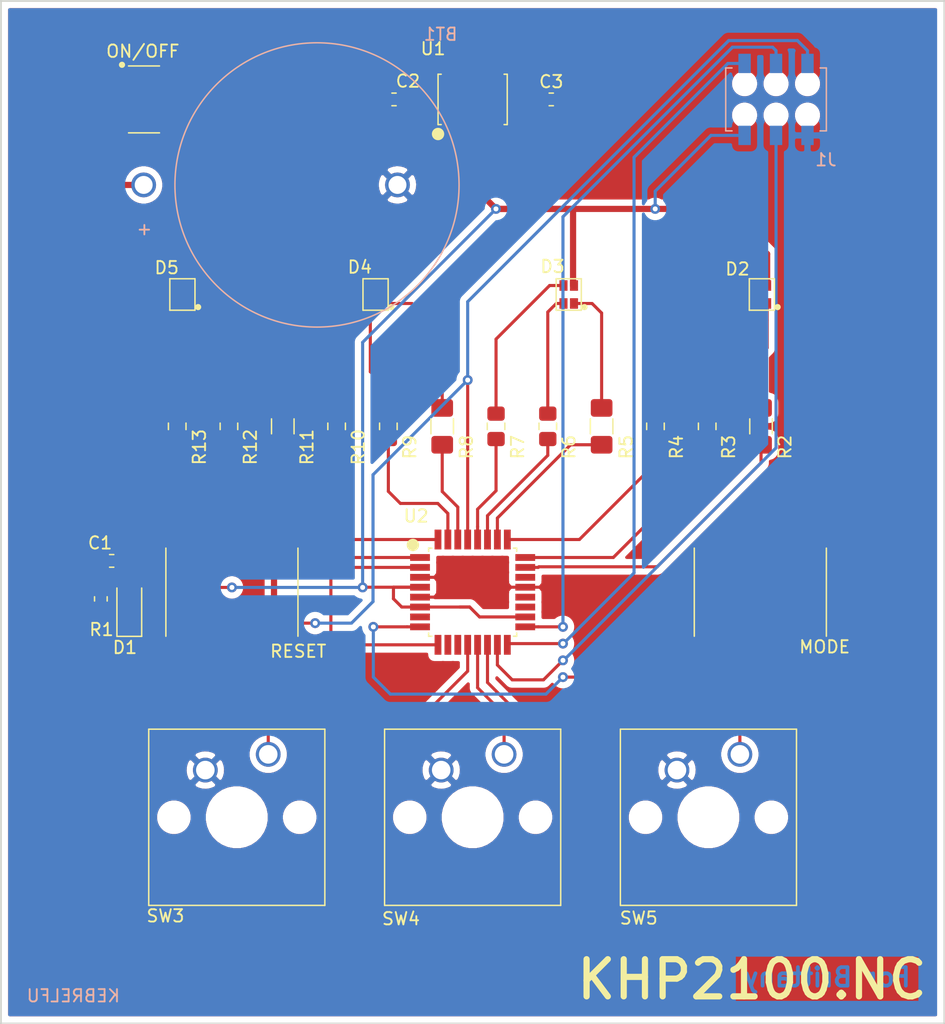
<source format=kicad_pcb>
(kicad_pcb (version 20171130) (host pcbnew "(5.1.5)-3")
  (title_block (title KHP2100) (date 2021-01-13) (rev NC) (comment 4 "Author: Kevin Nguyen"))
  (layers (0 F.Cu signal) (31 B.Cu signal) (34 B.Paste user) (35 F.Paste user) (36 B.SilkS user) (37 F.SilkS user) (38 B.Mask user) (39 F.Mask user) (44 Edge.Cuts user))
  (net 0 "")
  (net 1 +BATT)
  (net 2 RST)
  (net 3 GND)
  (net 4 +5V)
  (net 5 "Net-(D2-Pad3)")
  (net 6 "Net-(D2-Pad1)")
  (net 7 "Net-(D2-Pad2)")
  (net 8 "Net-(D3-Pad2)")
  (net 9 "Net-(D3-Pad1)")
  (net 10 "Net-(D3-Pad3)")
  (net 11 "Net-(D4-Pad3)")
  (net 12 "Net-(D4-Pad1)")
  (net 13 "Net-(D4-Pad2)")
  (net 14 "Net-(D5-Pad2)")
  (net 15 "Net-(D5-Pad1)")
  (net 16 "Net-(D5-Pad3)")
  (net 17 MOSI)
  (net 18 MISO)
  (net 19 SCK)
  (net 20 "Net-(R2-Pad2)")
  (net 21 "Net-(R3-Pad2)")
  (net 22 "Net-(R4-Pad2)")
  (net 23 "Net-(R5-Pad2)")
  (net 24 "Net-(R6-Pad2)")
  (net 25 "Net-(R7-Pad2)")
  (net 26 "Net-(R8-Pad2)")
  (net 27 "Net-(R9-Pad2)")
  (net 28 "Net-(R10-Pad2)")
  (net 29 "Net-(R11-Pad2)")
  (net 30 "Net-(R12-Pad2)")
  (net 31 "Net-(R13-Pad2)")
  (net 32 "Net-(SW1-Pad3)")
  (net 33 "Net-(SW3-Pad2)")
  (net 34 "Net-(SW4-Pad2)")
  (net 35 "Net-(SW5-Pad2)")
  (net 36 "Net-(SW6-Pad2)")
  (net 37 "Net-(U1-Pad5)")
  (net 38 "Net-(U2-Pad7)")
  (net 39 "Net-(U2-Pad10)")
  (net 40 "Net-(U2-Pad22)")
  (net 41 "Net-(U2-Pad19)")
  (net 42 "Net-(U2-Pad20)")
  (net 43 "Net-(U2-Pad11)")
  (net 44 "Net-(BT1-Pad1)")
  (module Capacitor_SMD:C_0603_1608Metric_Pad1.05x0.95mm_HandSolder (layer F.Cu) (at 118.999 97.4762)
    (fp_text reference C1 (at -0.9398 -1.4478) (layer F.SilkS))
    (fp_text value 100n)
    (fp_line (start -0.171267 0.51) (end 0.171267 0.51) (layer F.SilkS) (width 0.12))
    (fp_line (start -0.171267 -0.51) (end 0.171267 -0.51) (layer F.SilkS) (width 0.12))
    (pad 2 smd roundrect (at 0.875 0) (size 1.05 0.95) (layers F.Cu F.Paste F.Mask) (net 3 GND))
    (pad 1 smd roundrect (at -0.875 0) (size 1.05 0.95) (layers F.Cu F.Paste F.Mask) (net 2 RST))
  )
  (module Capacitor_SMD:C_0603_1608Metric_Pad1.05x0.95mm_HandSolder (layer F.Cu) (at 141.80305 60.2232)
    (fp_text reference C2 (at 1.12275 -1.473) (layer F.SilkS))
    (fp_text value 2.2u)
    (fp_line (start -0.171267 0.51) (end 0.171267 0.51) (layer F.SilkS) (width 0.12))
    (fp_line (start -0.171267 -0.51) (end 0.171267 -0.51) (layer F.SilkS) (width 0.12))
    (pad 2 smd roundrect (at 0.875 0) (size 1.05 0.95) (layers F.Cu F.Paste F.Mask) (net 3 GND))
    (pad 1 smd roundrect (at -0.875 0) (size 1.05 0.95) (layers F.Cu F.Paste F.Mask) (net 1 +BATT))
  )
  (module KHP2100:RGB_LED_0606_1616METRIC (layer F.Cu) (at 140.312766 75.9714 180)
    (fp_text reference D4 (at 1.273166 2.2098) (layer F.SilkS))
    (fp_text value LED_RGBA)
    (fp_line (start 1.016 -1.27) (end -1.016 -1.27) (layer F.SilkS) (width 0.12))
    (fp_line (start 1.016 1.27) (end 1.016 -1.27) (layer F.SilkS) (width 0.12))
    (fp_line (start -1.016 1.27) (end 1.016 1.27) (layer F.SilkS) (width 0.12))
    (fp_line (start -1.016 -1.27) (end -1.016 1.27) (layer F.SilkS) (width 0.12))
    (fp_circle (center -1.27 -1.016) (end -1.27 -1.016) (layer F.SilkS) (width 0.25))
    (pad 2 smd rect (at 0.425 -0.725 270) (size 0.85 0.65) (layers F.Cu F.Paste F.Mask) (net 13 "Net-(D4-Pad2)"))
    (pad 1 smd rect (at -0.425 -0.725 270) (size 0.85 0.65) (layers F.Cu F.Paste F.Mask) (net 12 "Net-(D4-Pad1)"))
    (pad 3 smd rect (at 0.425 0.725 270) (size 0.85 0.65) (layers F.Cu F.Paste F.Mask) (net 11 "Net-(D4-Pad3)"))
    (pad 4 smd rect (at -0.425 0.725 270) (size 0.85 0.65) (layers F.Cu F.Paste F.Mask) (net 4 +5V))
  )
  (module KHP2100:BH800S (layer B.Cu) (at 135.58205 67.126267 90)
    (fp_text reference BT1 (at 12.160667 9.98535 180) (layer B.SilkS) (effects (justify mirror)))
    (fp_text value Battery)
    (fp_circle (center 0 0) (end 11.475067 0) (layer B.SilkS) (width 0.12))
    (fp_text user + (at -3.612733 -14.01765 90) (layer B.SilkS) (effects (justify mirror)))
    (pad 2 thru_hole circle (at 0 6.5) (size 2 2) (drill 1.4478) (layers *.Cu *.Mask) (net 3 GND))
    (pad 1 thru_hole circle (at 0 -14) (size 2 2) (drill 1.4478) (layers *.Cu *.Mask) (net 44 "Net-(BT1-Pad1)"))
  )
  (module Capacitor_SMD:C_0603_1608Metric_Pad1.05x0.95mm_HandSolder (layer F.Cu) (at 154.50305 60.2232)
    (fp_text reference C3 (at 0 -1.43) (layer F.SilkS))
    (fp_text value 4.7u)
    (fp_line (start -0.171267 0.51) (end 0.171267 0.51) (layer F.SilkS) (width 0.12))
    (fp_line (start -0.171267 -0.51) (end 0.171267 -0.51) (layer F.SilkS) (width 0.12))
    (pad 2 smd roundrect (at 0.875 0) (size 1.05 0.95) (layers F.Cu F.Paste F.Mask) (net 3 GND))
    (pad 1 smd roundrect (at -0.875 0) (size 1.05 0.95) (layers F.Cu F.Paste F.Mask) (net 4 +5V))
  )
  (module Diode_SMD:D_SOD-123 (layer F.Cu) (at 120.4214 101.3184 90)
    (fp_text reference D1 (at -3.1506 -0.3556 180) (layer F.SilkS))
    (fp_text value 1N414)
    (fp_line (start -2.25 -1) (end 1.65 -1) (layer F.SilkS) (width 0.12))
    (fp_line (start -2.25 1) (end 1.65 1) (layer F.SilkS) (width 0.12))
    (fp_line (start -2.25 -1) (end -2.25 1) (layer F.SilkS) (width 0.12))
    (pad 2 smd rect (at 1.65 0 90) (size 0.9 1.2) (layers F.Cu F.Paste F.Mask) (net 2 RST))
    (pad 1 smd rect (at -1.65 0 90) (size 0.9 1.2) (layers F.Cu F.Paste F.Mask) (net 4 +5V))
  )
  (module KHP2100:RGB_LED_0606_1616METRIC (layer F.Cu) (at 171.5159 75.9714 180)
    (fp_text reference D2 (at 1.9709 2.0574) (layer F.SilkS))
    (fp_text value LED_RGBA)
    (fp_line (start 1.016 -1.27) (end -1.016 -1.27) (layer F.SilkS) (width 0.12))
    (fp_line (start 1.016 1.27) (end 1.016 -1.27) (layer F.SilkS) (width 0.12))
    (fp_line (start -1.016 1.27) (end 1.016 1.27) (layer F.SilkS) (width 0.12))
    (fp_line (start -1.016 -1.27) (end -1.016 1.27) (layer F.SilkS) (width 0.12))
    (fp_circle (center -1.27 -1.016) (end -1.27 -1.016) (layer F.SilkS) (width 0.25))
    (pad 2 smd rect (at 0.425 -0.725 270) (size 0.85 0.65) (layers F.Cu F.Paste F.Mask) (net 7 "Net-(D2-Pad2)"))
    (pad 1 smd rect (at -0.425 -0.725 270) (size 0.85 0.65) (layers F.Cu F.Paste F.Mask) (net 6 "Net-(D2-Pad1)"))
    (pad 3 smd rect (at 0.425 0.725 270) (size 0.85 0.65) (layers F.Cu F.Paste F.Mask) (net 5 "Net-(D2-Pad3)"))
    (pad 4 smd rect (at -0.425 0.725 270) (size 0.85 0.65) (layers F.Cu F.Paste F.Mask) (net 4 +5V))
  )
  (module KHP2100:RGB_LED_0606_1616METRIC (layer F.Cu) (at 155.914332 75.9714 180)
    (fp_text reference D3 (at 1.304532 2.2606) (layer F.SilkS))
    (fp_text value LED_RGBA)
    (fp_line (start 1.016 -1.27) (end -1.016 -1.27) (layer F.SilkS) (width 0.12))
    (fp_line (start 1.016 1.27) (end 1.016 -1.27) (layer F.SilkS) (width 0.12))
    (fp_line (start -1.016 1.27) (end 1.016 1.27) (layer F.SilkS) (width 0.12))
    (fp_line (start -1.016 -1.27) (end -1.016 1.27) (layer F.SilkS) (width 0.12))
    (fp_circle (center -1.27 -1.016) (end -1.27 -1.016) (layer F.SilkS) (width 0.25))
    (pad 2 smd rect (at 0.425 -0.725 270) (size 0.85 0.65) (layers F.Cu F.Paste F.Mask) (net 8 "Net-(D3-Pad2)"))
    (pad 1 smd rect (at -0.425 -0.725 270) (size 0.85 0.65) (layers F.Cu F.Paste F.Mask) (net 9 "Net-(D3-Pad1)"))
    (pad 3 smd rect (at 0.425 0.725 270) (size 0.85 0.65) (layers F.Cu F.Paste F.Mask) (net 10 "Net-(D3-Pad3)"))
    (pad 4 smd rect (at -0.425 0.725 270) (size 0.85 0.65) (layers F.Cu F.Paste F.Mask) (net 4 +5V))
  )
  (module KHP2100:RGB_LED_0606_1616METRIC (layer F.Cu) (at 124.7112 75.9714 180)
    (fp_text reference D5 (at 1.2672 2.159) (layer F.SilkS))
    (fp_text value LED_RGBA)
    (fp_line (start 1.016 -1.27) (end -1.016 -1.27) (layer F.SilkS) (width 0.12))
    (fp_line (start 1.016 1.27) (end 1.016 -1.27) (layer F.SilkS) (width 0.12))
    (fp_line (start -1.016 1.27) (end 1.016 1.27) (layer F.SilkS) (width 0.12))
    (fp_line (start -1.016 -1.27) (end -1.016 1.27) (layer F.SilkS) (width 0.12))
    (fp_circle (center -1.27 -1.016) (end -1.27 -1.016) (layer F.SilkS) (width 0.25))
    (pad 2 smd rect (at 0.425 -0.725 270) (size 0.85 0.65) (layers F.Cu F.Paste F.Mask) (net 14 "Net-(D5-Pad2)"))
    (pad 1 smd rect (at -0.425 -0.725 270) (size 0.85 0.65) (layers F.Cu F.Paste F.Mask) (net 15 "Net-(D5-Pad1)"))
    (pad 3 smd rect (at 0.425 0.725 270) (size 0.85 0.65) (layers F.Cu F.Paste F.Mask) (net 16 "Net-(D5-Pad3)"))
    (pad 4 smd rect (at -0.425 0.725 270) (size 0.85 0.65) (layers F.Cu F.Paste F.Mask) (net 4 +5V))
  )
  (module KHP2100:ICSP (layer B.Cu) (at 172.6589 60.2232)
    (fp_text reference J1 (at 4.0235 4.877) (layer B.SilkS) (effects (justify mirror)))
    (fp_text value ICSP)
    (fp_line (start 4.064 -2.54) (end 3.556 -2.54) (layer B.SilkS) (width 0.12))
    (fp_line (start 4.064 2.54) (end 4.064 -2.54) (layer B.SilkS) (width 0.12))
    (fp_line (start 3.556 2.54) (end 4.064 2.54) (layer B.SilkS) (width 0.12))
    (fp_line (start -4.064 -2.54) (end -3.556 -2.54) (layer B.SilkS) (width 0.12))
    (fp_line (start -4.064 2.54) (end -4.064 -2.54) (layer B.SilkS) (width 0.12))
    (fp_line (start -3.556 2.54) (end -4.064 2.54) (layer B.SilkS) (width 0.12))
    (pad 5 smd rect (at 2.54 -2.905 270) (size 1.56 1) (layers B.Cu B.Paste B.Mask) (net 2 RST))
    (pad 3 smd rect (at 0 -2.905 270) (size 1.56 1) (layers B.Cu B.Paste B.Mask) (net 19 SCK))
    (pad 1 smd rect (at -2.54 -2.905 270) (size 1.56 1) (layers B.Cu B.Paste B.Mask) (net 18 MISO))
    (pad 6 smd rect (at 2.54 2.905 270) (size 1.56 1) (layers B.Cu B.Paste B.Mask) (net 3 GND))
    (pad 4 smd rect (at 0 2.905 270) (size 1.56 1) (layers B.Cu B.Paste B.Mask) (net 17 MOSI))
    (pad 2 smd rect (at -2.54 2.905 270) (size 1.56 1) (layers B.Cu B.Paste B.Mask) (net 4 +5V))
    (pad "" np_thru_hole circle (at 2.54 -1.27 270) (size 1.02 1.02) (drill 1.02) (layers *.Cu *.Mask))
    (pad "" np_thru_hole circle (at 2.54 1.27 270) (size 1.02 1.02) (drill 1.02) (layers *.Cu *.Mask))
    (pad "" np_thru_hole circle (at 0 1.27 270) (size 1.02 1.02) (drill 1.02) (layers *.Cu *.Mask))
    (pad "" np_thru_hole circle (at 0 -1.27 270) (size 1.02 1.02) (drill 1.02) (layers *.Cu *.Mask))
    (pad "" np_thru_hole circle (at -2.54 1.27 270) (size 1.02 1.02) (drill 1.02) (layers *.Cu *.Mask))
    (pad "" np_thru_hole circle (at -2.54 -1.27 270) (size 1.02 1.02) (drill 1.02) (layers *.Cu *.Mask))
  )
  (module Resistor_SMD:R_0603_1608Metric_Pad1.05x0.95mm_HandSolder (layer F.Cu) (at 118.124 100.5434 270)
    (fp_text reference R1 (at 2.479 -0.0508 180) (layer F.SilkS))
    (fp_text value 10k)
    (fp_line (start -0.171267 0.51) (end 0.171267 0.51) (layer F.SilkS) (width 0.12))
    (fp_line (start -0.171267 -0.51) (end 0.171267 -0.51) (layer F.SilkS) (width 0.12))
    (pad 2 smd roundrect (at 0.875 0 270) (size 1.05 0.95) (layers F.Cu F.Paste F.Mask) (net 4 +5V))
    (pad 1 smd roundrect (at -0.875 0 270) (size 1.05 0.95) (layers F.Cu F.Paste F.Mask) (net 2 RST))
  )
  (module Resistor_SMD:R_1206_3216Metric_Pad1.42x1.75mm_HandSolder (layer F.Cu) (at 171.4469 86.614 270)
    (fp_text reference R2 (at 1.6764 -1.9335 90) (layer F.SilkS))
    (fp_text value 107)
    (fp_line (start -0.602064 0.91) (end 0.602064 0.91) (layer F.SilkS) (width 0.12))
    (fp_line (start -0.602064 -0.91) (end 0.602064 -0.91) (layer F.SilkS) (width 0.12))
    (pad 2 smd roundrect (at 1.4875 0 270) (size 1.425 1.75) (layers F.Cu F.Paste F.Mask) (roundrect_rratio 0.175439) (net 20 "Net-(R2-Pad2)"))
    (pad 1 smd roundrect (at -1.4875 0 270) (size 1.425 1.75) (layers F.Cu F.Paste F.Mask) (roundrect_rratio 0.175439) (net 6 "Net-(D2-Pad1)"))
  )
  (module Resistor_SMD:R_0805_2012Metric_Pad1.15x1.40mm_HandSolder (layer F.Cu) (at 167.0982 86.614 270)
    (fp_text reference R3 (at 1.6764 -1.7356 90) (layer F.SilkS))
    (fp_text value 110)
    (fp_line (start -0.261252 0.71) (end 0.261252 0.71) (layer F.SilkS) (width 0.12))
    (fp_line (start -0.261252 -0.71) (end 0.261252 -0.71) (layer F.SilkS) (width 0.12))
    (pad 2 smd roundrect (at 1.025 0 270) (size 1.15 1.4) (layers F.Cu F.Paste F.Mask) (roundrect_rratio 0.217391) (net 21 "Net-(R3-Pad2)"))
    (pad 1 smd roundrect (at -1.025 0 270) (size 1.15 1.4) (layers F.Cu F.Paste F.Mask) (roundrect_rratio 0.217391) (net 7 "Net-(D2-Pad2)"))
  )
  (module Resistor_SMD:R_0805_2012Metric_Pad1.15x1.40mm_HandSolder (layer F.Cu) (at 162.9195 86.614 270)
    (fp_text reference R4 (at 1.6764 -1.6979 90) (layer F.SilkS))
    (fp_text value 110)
    (fp_line (start -0.261252 0.71) (end 0.261252 0.71) (layer F.SilkS) (width 0.12))
    (fp_line (start -0.261252 -0.71) (end 0.261252 -0.71) (layer F.SilkS) (width 0.12))
    (pad 2 smd roundrect (at 1.025 0 270) (size 1.15 1.4) (layers F.Cu F.Paste F.Mask) (roundrect_rratio 0.217391) (net 22 "Net-(R4-Pad2)"))
    (pad 1 smd roundrect (at -1.025 0 270) (size 1.15 1.4) (layers F.Cu F.Paste F.Mask) (roundrect_rratio 0.217391) (net 5 "Net-(D2-Pad3)"))
  )
  (module Resistor_SMD:R_1206_3216Metric_Pad1.42x1.75mm_HandSolder (layer F.Cu) (at 158.5708 86.614 270)
    (fp_text reference R5 (at 1.6764 -1.9826 90) (layer F.SilkS))
    (fp_text value 107)
    (fp_line (start -0.602064 0.91) (end 0.602064 0.91) (layer F.SilkS) (width 0.12))
    (fp_line (start -0.602064 -0.91) (end 0.602064 -0.91) (layer F.SilkS) (width 0.12))
    (pad 2 smd roundrect (at 1.4875 0 270) (size 1.425 1.75) (layers F.Cu F.Paste F.Mask) (roundrect_rratio 0.175439) (net 23 "Net-(R5-Pad2)"))
    (pad 1 smd roundrect (at -1.4875 0 270) (size 1.425 1.75) (layers F.Cu F.Paste F.Mask) (roundrect_rratio 0.175439) (net 9 "Net-(D3-Pad1)"))
  )
  (module Resistor_SMD:R_0805_2012Metric_Pad1.15x1.40mm_HandSolder (layer F.Cu) (at 154.2221 86.614 270)
    (fp_text reference R6 (at 1.6764 -1.7085 90) (layer F.SilkS))
    (fp_text value 110)
    (fp_line (start -0.261252 0.71) (end 0.261252 0.71) (layer F.SilkS) (width 0.12))
    (fp_line (start -0.261252 -0.71) (end 0.261252 -0.71) (layer F.SilkS) (width 0.12))
    (pad 2 smd roundrect (at 1.025 0 270) (size 1.15 1.4) (layers F.Cu F.Paste F.Mask) (roundrect_rratio 0.217391) (net 24 "Net-(R6-Pad2)"))
    (pad 1 smd roundrect (at -1.025 0 270) (size 1.15 1.4) (layers F.Cu F.Paste F.Mask) (roundrect_rratio 0.217391) (net 8 "Net-(D3-Pad2)"))
  )
  (module Resistor_SMD:R_0805_2012Metric_Pad1.15x1.40mm_HandSolder (layer F.Cu) (at 150.0434 86.614 270)
    (fp_text reference R7 (at 1.6764 -1.747 90) (layer F.SilkS))
    (fp_text value 110)
    (fp_line (start -0.261252 0.71) (end 0.261252 0.71) (layer F.SilkS) (width 0.12))
    (fp_line (start -0.261252 -0.71) (end 0.261252 -0.71) (layer F.SilkS) (width 0.12))
    (pad 2 smd roundrect (at 1.025 0 270) (size 1.15 1.4) (layers F.Cu F.Paste F.Mask) (roundrect_rratio 0.217391) (net 25 "Net-(R7-Pad2)"))
    (pad 1 smd roundrect (at -1.025 0 270) (size 1.15 1.4) (layers F.Cu F.Paste F.Mask) (roundrect_rratio 0.217391) (net 10 "Net-(D3-Pad3)"))
  )
  (module Resistor_SMD:R_1206_3216Metric_Pad1.42x1.75mm_HandSolder (layer F.Cu) (at 145.6947 86.614 270)
    (fp_text reference R8 (at 1.6764 -1.9555 90) (layer F.SilkS))
    (fp_text value 107)
    (fp_line (start -0.602064 0.91) (end 0.602064 0.91) (layer F.SilkS) (width 0.12))
    (fp_line (start -0.602064 -0.91) (end 0.602064 -0.91) (layer F.SilkS) (width 0.12))
    (pad 2 smd roundrect (at 1.4875 0 270) (size 1.425 1.75) (layers F.Cu F.Paste F.Mask) (roundrect_rratio 0.175439) (net 26 "Net-(R8-Pad2)"))
    (pad 1 smd roundrect (at -1.4875 0 270) (size 1.425 1.75) (layers F.Cu F.Paste F.Mask) (roundrect_rratio 0.175439) (net 12 "Net-(D4-Pad1)"))
  )
  (module Resistor_SMD:R_0805_2012Metric_Pad1.15x1.40mm_HandSolder (layer F.Cu) (at 141.346 86.614 270)
    (fp_text reference R9 (at 1.6764 -1.7322 90) (layer F.SilkS))
    (fp_text value 110)
    (fp_line (start -0.261252 0.71) (end 0.261252 0.71) (layer F.SilkS) (width 0.12))
    (fp_line (start -0.261252 -0.71) (end 0.261252 -0.71) (layer F.SilkS) (width 0.12))
    (pad 2 smd roundrect (at 1.025 0 270) (size 1.15 1.4) (layers F.Cu F.Paste F.Mask) (roundrect_rratio 0.217391) (net 27 "Net-(R9-Pad2)"))
    (pad 1 smd roundrect (at -1.025 0 270) (size 1.15 1.4) (layers F.Cu F.Paste F.Mask) (roundrect_rratio 0.217391) (net 13 "Net-(D4-Pad2)"))
  )
  (module Resistor_SMD:R_0805_2012Metric_Pad1.15x1.40mm_HandSolder (layer F.Cu) (at 137.1673 86.614 270)
    (fp_text reference R10 (at 1.676399 -1.7453 90) (layer F.SilkS))
    (fp_text value 110)
    (fp_line (start -0.261252 0.71) (end 0.261252 0.71) (layer F.SilkS) (width 0.12))
    (fp_line (start -0.261252 -0.71) (end 0.261252 -0.71) (layer F.SilkS) (width 0.12))
    (pad 2 smd roundrect (at 1.025 0 270) (size 1.15 1.4) (layers F.Cu F.Paste F.Mask) (roundrect_rratio 0.217391) (net 28 "Net-(R10-Pad2)"))
    (pad 1 smd roundrect (at -1.025 0 270) (size 1.15 1.4) (layers F.Cu F.Paste F.Mask) (roundrect_rratio 0.217391) (net 11 "Net-(D4-Pad3)"))
  )
  (module Resistor_SMD:R_1206_3216Metric_Pad1.42x1.75mm_HandSolder (layer F.Cu) (at 132.8186 86.614 270)
    (fp_text reference R11 (at 1.676399 -1.9538 270) (layer F.SilkS))
    (fp_text value 107)
    (fp_line (start -0.602064 0.91) (end 0.602064 0.91) (layer F.SilkS) (width 0.12))
    (fp_line (start -0.602064 -0.91) (end 0.602064 -0.91) (layer F.SilkS) (width 0.12))
    (pad 2 smd roundrect (at 1.4875 0 270) (size 1.425 1.75) (layers F.Cu F.Paste F.Mask) (roundrect_rratio 0.175439) (net 29 "Net-(R11-Pad2)"))
    (pad 1 smd roundrect (at -1.4875 0 270) (size 1.425 1.75) (layers F.Cu F.Paste F.Mask) (roundrect_rratio 0.175439) (net 15 "Net-(D5-Pad1)"))
  )
  (module Resistor_SMD:R_0805_2012Metric_Pad1.15x1.40mm_HandSolder (layer F.Cu) (at 128.4699 86.614 270)
    (fp_text reference R12 (at 1.676399 -1.7305 90) (layer F.SilkS))
    (fp_text value 110)
    (fp_line (start -0.261252 0.71) (end 0.261252 0.71) (layer F.SilkS) (width 0.12))
    (fp_line (start -0.261252 -0.71) (end 0.261252 -0.71) (layer F.SilkS) (width 0.12))
    (pad 2 smd roundrect (at 1.025 0 270) (size 1.15 1.4) (layers F.Cu F.Paste F.Mask) (roundrect_rratio 0.217391) (net 30 "Net-(R12-Pad2)"))
    (pad 1 smd roundrect (at -1.025 0 270) (size 1.15 1.4) (layers F.Cu F.Paste F.Mask) (roundrect_rratio 0.217391) (net 14 "Net-(D5-Pad2)"))
  )
  (module Resistor_SMD:R_0805_2012Metric_Pad1.15x1.40mm_HandSolder (layer F.Cu) (at 124.2912 86.614 270)
    (fp_text reference R13 (at 1.676399 -1.7944 270) (layer F.SilkS))
    (fp_text value 110)
    (fp_line (start -0.261252 0.71) (end 0.261252 0.71) (layer F.SilkS) (width 0.12))
    (fp_line (start -0.261252 -0.71) (end 0.261252 -0.71) (layer F.SilkS) (width 0.12))
    (pad 2 smd roundrect (at 1.025 0 270) (size 1.15 1.4) (layers F.Cu F.Paste F.Mask) (roundrect_rratio 0.217391) (net 31 "Net-(R13-Pad2)"))
    (pad 1 smd roundrect (at -1.025 0 270) (size 1.15 1.4) (layers F.Cu F.Paste F.Mask) (roundrect_rratio 0.217391) (net 16 "Net-(D5-Pad3)"))
  )
  (module KHP2100:CJS1200A (layer F.Cu) (at 121.61005 60.2232 270)
    (fp_text reference ON/OFF (at -3.886 0.09645 180) (layer F.SilkS))
    (fp_text value ON/OFF)
    (fp_circle (center -2.794 1.778) (end -2.794 1.778) (layer F.SilkS) (width 0.25))
    (fp_line (start -2.7 1.25) (end -2.7 -1.25) (layer F.SilkS) (width 0.12))
    (fp_line (start 2.7 -1.25) (end 2.7 1.25) (layer F.SilkS) (width 0.12))
    (pad 1 smd rect (at -1.75 1.15) (size 1.6 1) (layers F.Cu F.Paste F.Mask) (net 44 "Net-(BT1-Pad1)"))
    (pad 3 smd rect (at 1.75 1.15) (size 1.6 1) (layers F.Cu F.Paste F.Mask) (net 32 "Net-(SW1-Pad3)"))
    (pad 2 smd rect (at 0 -1.15) (size 1.6 1) (layers F.Cu F.Paste F.Mask) (net 1 +BATT))
  )
  (module KHP2100:EVQ-Q2Y03W (layer F.Cu) (at 128.7102 100.0016 180)
    (fp_text reference RESET (at -5.351 -4.7734) (layer F.SilkS))
    (fp_text value RESET)
    (fp_line (start 5.334 -3.556) (end 5.334 3.556) (layer F.SilkS) (width 0.12))
    (fp_line (start -5.334 -3.556) (end -5.334 3.556) (layer F.SilkS) (width 0.12))
    (pad 1 smd rect (at -3.4 -2.5 270) (size 1 3.2) (layers F.Cu F.Paste F.Mask) (net 2 RST))
    (pad 2 smd rect (at 3.4 -2.5 270) (size 1 3.2) (layers F.Cu F.Paste F.Mask) (net 3 GND))
    (pad 1 smd rect (at -3.4 2.5 270) (size 1 3.2) (layers F.Cu F.Paste F.Mask) (net 2 RST))
    (pad 2 smd rect (at 3.4 2.5 270) (size 1 3.2) (layers F.Cu F.Paste F.Mask) (net 3 GND))
  )
  (module KHP2100:MX_SWITCH (layer F.Cu) (at 129.10305 118.1731)
    (fp_text reference SW3 (at -5.76065 7.9633) (layer F.SilkS))
    (fp_text value HP1)
    (fp_line (start 7.112 -7.112) (end -7.112 -7.112) (layer F.SilkS) (width 0.12))
    (fp_line (start 7.112 7.112) (end 7.112 -7.112) (layer F.SilkS) (width 0.12))
    (fp_line (start -7.112 7.112) (end 7.112 7.112) (layer F.SilkS) (width 0.12))
    (fp_line (start -7.112 -7.112) (end -7.112 7.112) (layer F.SilkS) (width 0.12))
    (pad "" np_thru_hole circle (at 5.08 0 90) (size 1.7018 1.7018) (drill 1.7018) (layers *.Cu *.Mask))
    (pad "" np_thru_hole circle (at -5.08 0 90) (size 1.7018 1.7018) (drill 1.7018) (layers *.Cu *.Mask))
    (pad 2 thru_hole circle (at 2.54 -5.08 90) (size 2 2) (drill 1.4986) (layers *.Cu *.Mask) (net 33 "Net-(SW3-Pad2)"))
    (pad 1 thru_hole circle (at -2.54 -3.81 90) (size 2 2) (drill 1.4986) (layers *.Cu *.Mask) (net 3 GND))
    (pad "" np_thru_hole circle (at 0 0 90) (size 3.9878 3.9878) (drill 3.9878) (layers *.Cu *.Mask))
  )
  (module KHP2100:MX_SWITCH (layer F.Cu) (at 148.15305 118.1731)
    (fp_text reference SW4 (at -5.78605 8.1919) (layer F.SilkS))
    (fp_text value HP2)
    (fp_line (start 7.112 -7.112) (end -7.112 -7.112) (layer F.SilkS) (width 0.12))
    (fp_line (start 7.112 7.112) (end 7.112 -7.112) (layer F.SilkS) (width 0.12))
    (fp_line (start -7.112 7.112) (end 7.112 7.112) (layer F.SilkS) (width 0.12))
    (fp_line (start -7.112 -7.112) (end -7.112 7.112) (layer F.SilkS) (width 0.12))
    (pad "" np_thru_hole circle (at 5.08 0 90) (size 1.7018 1.7018) (drill 1.7018) (layers *.Cu *.Mask))
    (pad "" np_thru_hole circle (at -5.08 0 90) (size 1.7018 1.7018) (drill 1.7018) (layers *.Cu *.Mask))
    (pad 2 thru_hole circle (at 2.54 -5.08 90) (size 2 2) (drill 1.4986) (layers *.Cu *.Mask) (net 34 "Net-(SW4-Pad2)"))
    (pad 1 thru_hole circle (at -2.54 -3.81 90) (size 2 2) (drill 1.4986) (layers *.Cu *.Mask) (net 3 GND))
    (pad "" np_thru_hole circle (at 0 0 90) (size 3.9878 3.9878) (drill 3.9878) (layers *.Cu *.Mask))
  )
  (module KHP2100:MX_SWITCH (layer F.Cu) (at 167.1979 118.1731)
    (fp_text reference SW5 (at -5.6285 8.1411) (layer F.SilkS))
    (fp_text value HP3)
    (fp_line (start 7.112 -7.112) (end -7.112 -7.112) (layer F.SilkS) (width 0.12))
    (fp_line (start 7.112 7.112) (end 7.112 -7.112) (layer F.SilkS) (width 0.12))
    (fp_line (start -7.112 7.112) (end 7.112 7.112) (layer F.SilkS) (width 0.12))
    (fp_line (start -7.112 -7.112) (end -7.112 7.112) (layer F.SilkS) (width 0.12))
    (pad "" np_thru_hole circle (at 5.08 0 90) (size 1.7018 1.7018) (drill 1.7018) (layers *.Cu *.Mask))
    (pad "" np_thru_hole circle (at -5.08 0 90) (size 1.7018 1.7018) (drill 1.7018) (layers *.Cu *.Mask))
    (pad 2 thru_hole circle (at 2.54 -5.08 90) (size 2 2) (drill 1.4986) (layers *.Cu *.Mask) (net 35 "Net-(SW5-Pad2)"))
    (pad 1 thru_hole circle (at -2.54 -3.81 90) (size 2 2) (drill 1.4986) (layers *.Cu *.Mask) (net 3 GND))
    (pad "" np_thru_hole circle (at 0 0 90) (size 3.9878 3.9878) (drill 3.9878) (layers *.Cu *.Mask))
  )
  (module KHP2100:EVQ-Q2Y03W (layer F.Cu) (at 171.3889 100.0016 180)
    (fp_text reference MODE (at -5.1919 -4.4178) (layer F.SilkS))
    (fp_text value MODE)
    (fp_line (start 5.334 -3.556) (end 5.334 3.556) (layer F.SilkS) (width 0.12))
    (fp_line (start -5.334 -3.556) (end -5.334 3.556) (layer F.SilkS) (width 0.12))
    (pad 1 smd rect (at -3.4 -2.5 270) (size 1 3.2) (layers F.Cu F.Paste F.Mask) (net 3 GND))
    (pad 2 smd rect (at 3.4 -2.5 270) (size 1 3.2) (layers F.Cu F.Paste F.Mask) (net 36 "Net-(SW6-Pad2)"))
    (pad 1 smd rect (at -3.4 2.5 270) (size 1 3.2) (layers F.Cu F.Paste F.Mask) (net 3 GND))
    (pad 2 smd rect (at 3.4 2.5 270) (size 1 3.2) (layers F.Cu F.Paste F.Mask) (net 36 "Net-(SW6-Pad2)"))
  )
  (module KHP2100:RP132S501D (layer F.Cu) (at 148.15305 60.2232)
    (fp_text reference U1 (at -3.19525 -4.0892) (layer F.SilkS))
    (fp_text value RP132S501D)
    (fp_line (start 2.794 2.032) (end 2.54 2.032) (layer F.SilkS) (width 0.12))
    (fp_line (start 2.794 -2.032) (end 2.794 2.032) (layer F.SilkS) (width 0.12))
    (fp_line (start 2.54 -2.032) (end 2.794 -2.032) (layer F.SilkS) (width 0.12))
    (fp_line (start -2.794 -2.032) (end -2.54 -2.032) (layer F.SilkS) (width 0.12))
    (fp_line (start -2.794 2.032) (end -2.54 2.032) (layer F.SilkS) (width 0.12))
    (fp_line (start -2.794 -2.032) (end -2.794 2.032) (layer F.SilkS) (width 0.12))
    (fp_circle (center -2.794 2.794) (end -2.794 2.794) (layer F.SilkS) (width 0.5))
    (pad 6 smd rect (at -1.905 -2.675 90) (size 1.05 0.6) (layers F.Cu F.Paste F.Mask) (net 1 +BATT))
    (pad 5 smd rect (at 0 -2.675 90) (size 1.05 1.87) (layers F.Cu F.Paste F.Mask) (net 37 "Net-(U1-Pad5)"))
    (pad 4 smd rect (at 1.905 -2.675 90) (size 1.05 0.6) (layers F.Cu F.Paste F.Mask) (net 1 +BATT))
    (pad 2 smd rect (at 0 2.675 90) (size 1.05 1.87) (layers F.Cu F.Paste F.Mask) (net 4 +5V))
    (pad 3 smd rect (at 1.905 2.675 90) (size 1.05 0.6) (layers F.Cu F.Paste F.Mask) (net 3 GND))
    (pad 1 smd rect (at -1.905 2.675 90) (size 1.05 0.6) (layers F.Cu F.Paste F.Mask) (net 4 +5V))
  )
  (module KHP2100:ATMEGA328P (layer F.Cu) (at 148.15305 100.0016)
    (fp_text reference U2 (at -4.56685 -6.1486) (layer F.SilkS))
    (fp_text value ATMEGA328P)
    (fp_circle (center -4.826 -3.81) (end -4.826 -3.81) (layer F.SilkS) (width 0.5))
    (fp_line (start -3.556 3.556) (end -3.302 3.556) (layer F.SilkS) (width 0.12))
    (fp_line (start -3.556 3.302) (end -3.556 3.556) (layer F.SilkS) (width 0.12))
    (fp_line (start 3.556 3.556) (end 3.556 3.302) (layer F.SilkS) (width 0.12))
    (fp_line (start 3.302 3.556) (end 3.556 3.556) (layer F.SilkS) (width 0.12))
    (fp_line (start 3.556 -3.556) (end 3.556 -3.302) (layer F.SilkS) (width 0.12))
    (fp_line (start 3.302 -3.556) (end 3.556 -3.556) (layer F.SilkS) (width 0.12))
    (fp_line (start -3.556 -3.556) (end -3.302 -3.556) (layer F.SilkS) (width 0.12))
    (fp_line (start -3.556 -3.302) (end -3.556 -3.556) (layer F.SilkS) (width 0.12))
    (pad 29 smd rect (at -0.4 -4.25 90) (size 1.6 0.55) (layers F.Cu F.Paste F.Mask) (net 2 RST))
    (pad 27 smd rect (at 1.2 -4.25 90) (size 1.6 0.55) (layers F.Cu F.Paste F.Mask) (net 24 "Net-(R6-Pad2)"))
    (pad 26 smd rect (at 2 -4.25 90) (size 1.6 0.55) (layers F.Cu F.Paste F.Mask) (net 23 "Net-(R5-Pad2)"))
    (pad 32 smd rect (at -2.8 -4.25 90) (size 1.6 0.55) (layers F.Cu F.Paste F.Mask) (net 28 "Net-(R10-Pad2)"))
    (pad 28 smd rect (at 0.4 -4.25 90) (size 1.6 0.55) (layers F.Cu F.Paste F.Mask) (net 25 "Net-(R7-Pad2)"))
    (pad 30 smd rect (at -1.2 -4.25 90) (size 1.6 0.55) (layers F.Cu F.Paste F.Mask) (net 26 "Net-(R8-Pad2)"))
    (pad 31 smd rect (at -2 -4.25 90) (size 1.6 0.55) (layers F.Cu F.Paste F.Mask) (net 27 "Net-(R9-Pad2)"))
    (pad 25 smd rect (at 2.8 -4.25 90) (size 1.6 0.55) (layers F.Cu F.Paste F.Mask) (net 22 "Net-(R4-Pad2)"))
    (pad 13 smd rect (at 0.4 4.25 90) (size 1.6 0.55) (layers F.Cu F.Paste F.Mask) (net 34 "Net-(SW4-Pad2)"))
    (pad 14 smd rect (at 1.2 4.25 90) (size 1.6 0.55) (layers F.Cu F.Paste F.Mask) (net 35 "Net-(SW5-Pad2)"))
    (pad 15 smd rect (at 2 4.25 90) (size 1.6 0.55) (layers F.Cu F.Paste F.Mask) (net 17 MOSI))
    (pad 16 smd rect (at 2.8 4.25 90) (size 1.6 0.55) (layers F.Cu F.Paste F.Mask) (net 18 MISO))
    (pad 11 smd rect (at -1.2 4.25 90) (size 1.6 0.55) (layers F.Cu F.Paste F.Mask) (net 43 "Net-(U2-Pad11)"))
    (pad 12 smd rect (at -0.4 4.25 90) (size 1.6 0.55) (layers F.Cu F.Paste F.Mask) (net 33 "Net-(SW3-Pad2)"))
    (pad 23 smd rect (at 4.25 -2) (size 1.6 0.55) (layers F.Cu F.Paste F.Mask) (net 20 "Net-(R2-Pad2)"))
    (pad 18 smd rect (at 4.25 2) (size 1.6 0.55) (layers F.Cu F.Paste F.Mask) (net 4 +5V))
    (pad 20 smd rect (at 4.25 0.4) (size 1.6 0.55) (layers F.Cu F.Paste F.Mask) (net 42 "Net-(U2-Pad20)"))
    (pad 19 smd rect (at 4.25 1.2) (size 1.6 0.55) (layers F.Cu F.Paste F.Mask) (net 41 "Net-(U2-Pad19)"))
    (pad 24 smd rect (at 4.25 -2.8) (size 1.6 0.55) (layers F.Cu F.Paste F.Mask) (net 21 "Net-(R3-Pad2)"))
    (pad 22 smd rect (at 4.25 -1.2) (size 1.6 0.55) (layers F.Cu F.Paste F.Mask) (net 40 "Net-(U2-Pad22)"))
    (pad 17 smd rect (at 4.25 2.8) (size 1.6 0.55) (layers F.Cu F.Paste F.Mask) (net 19 SCK))
    (pad 21 smd rect (at 4.25 -0.4) (size 1.6 0.55) (layers F.Cu F.Paste F.Mask) (net 3 GND))
    (pad 8 smd rect (at -4.25 2.8) (size 1.6 0.55) (layers F.Cu F.Paste F.Mask) (net 36 "Net-(SW6-Pad2)"))
    (pad 10 smd rect (at -2 4.25 90) (size 1.6 0.55) (layers F.Cu F.Paste F.Mask) (net 39 "Net-(U2-Pad10)"))
    (pad 9 smd rect (at -2.8 4.25 90) (size 1.6 0.55) (layers F.Cu F.Paste F.Mask) (net 31 "Net-(R13-Pad2)"))
    (pad 7 smd rect (at -4.25 2) (size 1.6 0.55) (layers F.Cu F.Paste F.Mask) (net 38 "Net-(U2-Pad7)"))
    (pad 6 smd rect (at -4.25 1.2) (size 1.6 0.55) (layers F.Cu F.Paste F.Mask) (net 4 +5V))
    (pad 5 smd rect (at -4.25 0.4) (size 1.6 0.55) (layers F.Cu F.Paste F.Mask) (net 3 GND))
    (pad 4 smd rect (at -4.25 -0.4) (size 1.6 0.55) (layers F.Cu F.Paste F.Mask) (net 4 +5V))
    (pad 3 smd rect (at -4.25 -1.2) (size 1.6 0.55) (layers F.Cu F.Paste F.Mask) (net 3 GND))
    (pad 2 smd rect (at -4.25 -2) (size 1.6 0.55) (layers F.Cu F.Paste F.Mask) (net 30 "Net-(R12-Pad2)"))
    (pad 1 smd rect (at -4.25 -2.8) (size 1.6 0.55) (layers F.Cu F.Paste F.Mask) (net 29 "Net-(R11-Pad2)"))
  )
  (gr_text "For Brittany" (at 176.784 131.0894) (layer B.Cu) (effects (font (size 1.5 1.5) (thickness 0.3)) (justify mirror)))
  (gr_text KEBRELFU (at 115.9002 132.588) (layer B.SilkS) (effects (font (size 1 1)) (justify mirror)))
  (gr_text KHP2100.NC (at 170.7134 131.2672) (layer F.SilkS) (effects (font (size 3 3) (thickness 0.5))))
  (gr_line (start 186.25305 52.2732) (end 186.25305 134.8232) (layer Edge.Cuts) (width 0.15))
  (gr_line (start 110.05305 52.2732) (end 110.05305 134.8232) (layer Edge.Cuts) (width 0.15))
  (gr_line (start 186.25305 52.2732) (end 110.05305 52.2732) (layer Edge.Cuts) (width 0.15))
  (gr_line (start 110.05305 134.8232) (end 186.25305 134.8232) (layer Edge.Cuts) (width 0.15))
  (segment (start 140.92805 60.2232) (end 140.92805 58.8732) (width 0.5) (layer F.Cu) (net 1))
  (segment (start 140.92805 58.8732) (end 142.25305 57.5482) (width 0.5) (layer F.Cu) (net 1))
  (segment (start 142.25305 57.5482) (end 146.24805 57.5482) (width 0.5) (layer F.Cu) (net 1))
  (segment (start 149.5806 56.007) (end 146.7104 56.007) (width 0.5) (layer F.Cu) (net 1))
  (segment (start 146.24805 56.46935) (end 146.24805 57.5482) (width 0.5) (layer F.Cu) (net 1))
  (segment (start 146.7104 56.007) (end 146.24805 56.46935) (width 0.5) (layer F.Cu) (net 1))
  (segment (start 150.05805 57.5482) (end 150.05805 56.48445) (width 0.5) (layer F.Cu) (net 1))
  (segment (start 150.05805 56.48445) (end 149.5806 56.007) (width 0.5) (layer F.Cu) (net 1))
  (segment (start 140.92805 60.2232) (end 122.76005 60.2232) (width 0.5) (layer F.Cu) (net 1))
  (segment (start 147.75305 95.7516) (end 147.75305 82.87895) (width 0.25) (layer F.Cu) (net 2))
  (via (at 147.75305 82.87895) (size 0.8) (drill 0.4) (layers F.Cu B.Cu) (net 2))
  (segment (start 132.1102 97.5016) (end 132.1102 102.5016) (width 0.5) (layer F.Cu) (net 2))
  (via (at 135.4328 102.5016) (size 0.8) (drill 0.4) (layers F.Cu B.Cu) (net 2))
  (segment (start 135.3438 102.5016) (end 135.4328 102.5906) (width 0.25) (layer F.Cu) (net 2))
  (segment (start 175.1989 56.2882) (end 175.1989 57.3182) (width 0.25) (layer B.Cu) (net 2))
  (segment (start 174.3843 55.4736) (end 175.1989 56.2882) (width 0.25) (layer B.Cu) (net 2))
  (segment (start 147.75305 82.87895) (end 147.75305 76.55435) (width 0.25) (layer B.Cu) (net 2))
  (segment (start 168.8338 55.4736) (end 174.3843 55.4736) (width 0.25) (layer B.Cu) (net 2))
  (segment (start 147.75305 76.55435) (end 168.8338 55.4736) (width 0.25) (layer B.Cu) (net 2))
  (segment (start 130.4544 94.234) (end 132.1102 95.8898) (width 0.25) (layer F.Cu) (net 2))
  (segment (start 119.8626 94.234) (end 130.4544 94.234) (width 0.25) (layer F.Cu) (net 2))
  (segment (start 118.124 97.4762) (end 118.124 95.9726) (width 0.25) (layer F.Cu) (net 2))
  (segment (start 132.1102 95.8898) (end 132.1102 97.5016) (width 0.25) (layer F.Cu) (net 2))
  (segment (start 118.124 95.9726) (end 119.8626 94.234) (width 0.25) (layer F.Cu) (net 2))
  (segment (start 118.124 97.4762) (end 118.124 99.6684) (width 0.25) (layer F.Cu) (net 2))
  (segment (start 118.124 99.6684) (end 120.4214 99.6684) (width 0.25) (layer F.Cu) (net 2))
  (segment (start 133.9602 102.5016) (end 135.4328 102.5016) (width 0.25) (layer F.Cu) (net 2))
  (segment (start 132.1102 102.5016) (end 133.9602 102.5016) (width 0.25) (layer F.Cu) (net 2))
  (segment (start 140.1064 90.5256) (end 147.75305 82.87895) (width 0.25) (layer B.Cu) (net 2))
  (segment (start 140.1064 100.7618) (end 140.1064 90.5256) (width 0.25) (layer B.Cu) (net 2))
  (segment (start 135.4328 102.5016) (end 138.3666 102.5016) (width 0.25) (layer B.Cu) (net 2))
  (segment (start 138.3666 102.5016) (end 140.1064 100.7618) (width 0.25) (layer B.Cu) (net 2))
  (segment (start 143.90305 100.4016) (end 149.5598 100.4016) (width 0.25) (layer F.Cu) (net 3))
  (segment (start 150.3598 99.6016) (end 152.40305 99.6016) (width 0.25) (layer F.Cu) (net 3))
  (segment (start 149.5598 98.8016) (end 150.3598 99.6016) (width 0.25) (layer F.Cu) (net 3))
  (segment (start 143.90305 98.8016) (end 149.5598 98.8016) (width 0.25) (layer F.Cu) (net 3))
  (segment (start 149.5598 100.4016) (end 150.3598 99.6016) (width 0.25) (layer F.Cu) (net 3))
  (segment (start 174.7889 96.3537) (end 174.7889 97.5016) (width 0.25) (layer F.Cu) (net 3))
  (segment (start 166.5478 95.7326) (end 174.1678 95.7326) (width 0.25) (layer F.Cu) (net 3))
  (segment (start 174.1678 95.7326) (end 174.7889 96.3537) (width 0.25) (layer F.Cu) (net 3))
  (segment (start 152.40305 99.6016) (end 162.6788 99.6016) (width 0.25) (layer F.Cu) (net 3))
  (segment (start 162.6788 99.6016) (end 166.5478 95.7326) (width 0.25) (layer F.Cu) (net 3))
  (segment (start 148.15305 61.8732) (end 148.15305 62.8982) (width 0.5) (layer F.Cu) (net 4))
  (segment (start 149.80305 60.2232) (end 148.15305 61.8732) (width 0.5) (layer F.Cu) (net 4))
  (segment (start 153.62805 60.2232) (end 149.80305 60.2232) (width 0.5) (layer F.Cu) (net 4))
  (segment (start 148.15305 62.8982) (end 146.24805 62.8982) (width 0.5) (layer F.Cu) (net 4))
  (segment (start 147.9122 101.2016) (end 143.90305 101.2016) (width 0.25) (layer F.Cu) (net 4))
  (via (at 139.2682 99.6188) (size 0.8) (drill 0.4) (layers F.Cu B.Cu) (net 4))
  (segment (start 143.90305 99.6016) (end 139.2854 99.6016) (width 0.25) (layer F.Cu) (net 4))
  (segment (start 139.2854 99.6016) (end 139.2682 99.6188) (width 0.25) (layer F.Cu) (net 4))
  (via (at 162.8975 69.0626) (size 0.8) (drill 0.4) (layers F.Cu B.Cu) (net 4))
  (segment (start 128.4654 62.8982) (end 146.24805 62.8982) (width 0.5) (layer F.Cu) (net 4))
  (segment (start 125.1362 75.2464) (end 125.1362 66.2274) (width 0.5) (layer F.Cu) (net 4))
  (segment (start 125.1362 66.2274) (end 128.4654 62.8982) (width 0.5) (layer F.Cu) (net 4))
  (segment (start 146.24805 66.78175) (end 146.24805 62.8982) (width 0.5) (layer F.Cu) (net 4))
  (segment (start 140.737766 75.2464) (end 140.737766 72.292034) (width 0.5) (layer F.Cu) (net 4))
  (segment (start 140.737766 72.292034) (end 146.24805 66.78175) (width 0.5) (layer F.Cu) (net 4))
  (segment (start 152.40305 102.0016) (end 148.7122 102.0016) (width 0.25) (layer F.Cu) (net 4))
  (segment (start 148.7122 102.0016) (end 147.9122 101.2016) (width 0.25) (layer F.Cu) (net 4))
  (segment (start 147.1084 101.2016) (end 147.9122 101.2016) (width 0.25) (layer F.Cu) (net 4))
  (via (at 128.7102 99.6188) (size 0.8) (drill 0.4) (layers F.Cu B.Cu) (net 4))
  (segment (start 170.1189 63.1282) (end 167.4022 63.1282) (width 0.25) (layer B.Cu) (net 4))
  (segment (start 156.339332 75.2464) (end 156.264333 75.2464) (width 0.5) (layer F.Cu) (net 4))
  (segment (start 150.0378 69.0626) (end 150.0378 69.062616) (width 0.5) (layer F.Cu) (net 4))
  (via (at 150.0378 69.062616) (size 0.8) (drill 0.4) (layers F.Cu B.Cu) (net 4))
  (segment (start 139.2682 99.6188) (end 139.2682 79.832216) (width 0.25) (layer B.Cu) (net 4))
  (segment (start 139.2682 79.832216) (end 149.637801 69.462615) (width 0.25) (layer B.Cu) (net 4))
  (segment (start 148.15305 67.177866) (end 150.0378 69.062616) (width 0.5) (layer F.Cu) (net 4))
  (segment (start 148.15305 62.8982) (end 148.15305 67.177866) (width 0.5) (layer F.Cu) (net 4))
  (segment (start 149.637801 69.462615) (end 150.0378 69.062616) (width 0.25) (layer B.Cu) (net 4))
  (segment (start 162.8975 67.6329) (end 162.8975 69.0372) (width 0.25) (layer B.Cu) (net 4))
  (segment (start 167.4114 63.119) (end 162.8975 67.6329) (width 0.25) (layer B.Cu) (net 4))
  (segment (start 139.2682 99.6188) (end 128.7102 99.6188) (width 0.25) (layer B.Cu) (net 4))
  (segment (start 120.4214 101.4184) (end 120.4214 102.9684) (width 0.25) (layer F.Cu) (net 4))
  (segment (start 118.124 101.4184) (end 120.4214 101.4184) (width 0.25) (layer F.Cu) (net 4))
  (segment (start 122.221 99.6188) (end 128.7102 99.6188) (width 0.25) (layer F.Cu) (net 4))
  (segment (start 120.4214 101.4184) (end 122.221 99.6188) (width 0.25) (layer F.Cu) (net 4))
  (segment (start 171.9409 75.2464) (end 171.9409 72.7031) (width 0.5) (layer F.Cu) (net 4))
  (segment (start 171.9409 72.7031) (end 168.3004 69.0626) (width 0.5) (layer F.Cu) (net 4))
  (segment (start 168.3004 69.0626) (end 150.0378 69.0626) (width 0.5) (layer F.Cu) (net 4))
  (segment (start 156.264333 69.0626) (end 150.0378 69.0626) (width 0.5) (layer F.Cu) (net 4))
  (segment (start 156.339332 75.2464) (end 156.264333 75.171401) (width 0.5) (layer F.Cu) (net 4))
  (segment (start 156.264333 75.171401) (end 156.264333 69.0626) (width 0.5) (layer F.Cu) (net 4))
  (segment (start 141.7574 99.6016) (end 143.90305 99.6016) (width 0.25) (layer F.Cu) (net 4))
  (segment (start 141.7574 100.5332) (end 141.7574 99.6016) (width 0.25) (layer F.Cu) (net 4))
  (segment (start 143.90305 101.2016) (end 142.4258 101.2016) (width 0.25) (layer F.Cu) (net 4))
  (segment (start 142.4258 101.2016) (end 141.7574 100.5332) (width 0.25) (layer F.Cu) (net 4))
  (segment (start 169 75.2464) (end 171.0909 75.2464) (width 0.25) (layer F.Cu) (net 5))
  (segment (start 162.9195 85.589) (end 162.9195 81.3269) (width 0.25) (layer F.Cu) (net 5))
  (segment (start 162.9195 81.3269) (end 169 75.2464) (width 0.25) (layer F.Cu) (net 5))
  (segment (start 171.9409 78.0371) (end 171.9409 76.6964) (width 0.25) (layer F.Cu) (net 6))
  (segment (start 171.9409 80.2811) (end 171.9409 78.0371) (width 0.25) (layer F.Cu) (net 6))
  (segment (start 171.4469 85.1265) (end 171.4469 80.7751) (width 0.25) (layer F.Cu) (net 6))
  (segment (start 171.4469 80.7751) (end 171.9409 80.2811) (width 0.25) (layer F.Cu) (net 6))
  (segment (start 169.074 76.6964) (end 171.0909 76.6964) (width 0.25) (layer F.Cu) (net 7))
  (segment (start 167.0982 85.589) (end 167.0982 78.6722) (width 0.25) (layer F.Cu) (net 7))
  (segment (start 167.0982 78.6722) (end 169.074 76.6964) (width 0.25) (layer F.Cu) (net 7))
  (segment (start 154.914332 76.6964) (end 155.489332 76.6964) (width 0.25) (layer F.Cu) (net 8))
  (segment (start 154.2221 77.388632) (end 154.914332 76.6964) (width 0.25) (layer F.Cu) (net 8))
  (segment (start 154.2221 85.589) (end 154.2221 77.388632) (width 0.25) (layer F.Cu) (net 8))
  (segment (start 157.7986 76.6964) (end 156.339332 76.6964) (width 0.25) (layer F.Cu) (net 9))
  (segment (start 158.5708 85.1265) (end 158.5708 77.4686) (width 0.25) (layer F.Cu) (net 9))
  (segment (start 158.5708 77.4686) (end 157.7986 76.6964) (width 0.25) (layer F.Cu) (net 9))
  (segment (start 154.3696 75.2464) (end 155.489332 75.2464) (width 0.25) (layer F.Cu) (net 10))
  (segment (start 150.0434 85.589) (end 150.0434 79.5726) (width 0.25) (layer F.Cu) (net 10))
  (segment (start 150.0434 79.5726) (end 154.3696 75.2464) (width 0.25) (layer F.Cu) (net 10))
  (segment (start 138.647 75.2464) (end 139.887766 75.2464) (width 0.25) (layer F.Cu) (net 11))
  (segment (start 137.1673 85.589) (end 137.1673 76.7261) (width 0.25) (layer F.Cu) (net 11))
  (segment (start 137.1673 76.7261) (end 138.647 75.2464) (width 0.25) (layer F.Cu) (net 11))
  (segment (start 143.2444 76.6964) (end 140.737766 76.6964) (width 0.25) (layer F.Cu) (net 12))
  (segment (start 145.6947 85.1265) (end 145.6947 79.1467) (width 0.25) (layer F.Cu) (net 12))
  (segment (start 145.6947 79.1467) (end 143.2444 76.6964) (width 0.25) (layer F.Cu) (net 12))
  (segment (start 139.887766 82.204366) (end 139.887766 76.6964) (width 0.25) (layer F.Cu) (net 13))
  (segment (start 141.346 85.589) (end 141.346 83.6626) (width 0.25) (layer F.Cu) (net 13))
  (segment (start 141.346 83.6626) (end 139.887766 82.204366) (width 0.25) (layer F.Cu) (net 13))
  (segment (start 124.2862 79.4044) (end 124.2862 76.6964) (width 0.25) (layer F.Cu) (net 14))
  (segment (start 128.4699 85.589) (end 128.4699 83.5881) (width 0.25) (layer F.Cu) (net 14))
  (segment (start 128.4699 83.5881) (end 124.2862 79.4044) (width 0.25) (layer F.Cu) (net 14))
  (segment (start 127.3694 76.6964) (end 125.1362 76.6964) (width 0.25) (layer F.Cu) (net 15))
  (segment (start 132.8186 85.1265) (end 132.8186 82.1456) (width 0.25) (layer F.Cu) (net 15))
  (segment (start 132.8186 82.1456) (end 127.3694 76.6964) (width 0.25) (layer F.Cu) (net 15))
  (segment (start 123.1022 75.2464) (end 124.2862 75.2464) (width 0.25) (layer F.Cu) (net 16))
  (segment (start 122.2502 85.1154) (end 122.2502 76.0984) (width 0.25) (layer F.Cu) (net 16))
  (segment (start 122.2502 76.0984) (end 123.1022 75.2464) (width 0.25) (layer F.Cu) (net 16))
  (segment (start 124.2912 85.589) (end 122.7238 85.589) (width 0.25) (layer F.Cu) (net 16))
  (segment (start 122.7238 85.589) (end 122.2502 85.1154) (width 0.25) (layer F.Cu) (net 16))
  (via (at 155.448 105.505732) (size 0.8) (drill 0.4) (layers F.Cu B.Cu) (net 17))
  (segment (start 155.504668 105.505732) (end 155.448 105.505732) (width 0.25) (layer B.Cu) (net 17))
  (segment (start 172.6589 63.1282) (end 172.6589 88.3515) (width 0.25) (layer B.Cu) (net 17))
  (segment (start 172.6589 88.3515) (end 155.504668 105.505732) (width 0.25) (layer B.Cu) (net 17))
  (segment (start 153.873733 107.079999) (end 155.448 105.505732) (width 0.25) (layer F.Cu) (net 17))
  (segment (start 150.15305 104.2516) (end 150.15305 105.88085) (width 0.25) (layer F.Cu) (net 17))
  (segment (start 151.352199 107.079999) (end 153.873733 107.079999) (width 0.25) (layer F.Cu) (net 17))
  (segment (start 150.15305 105.88085) (end 151.352199 107.079999) (width 0.25) (layer F.Cu) (net 17))
  (via (at 155.448 104.153666) (size 0.8) (drill 0.4) (layers F.Cu B.Cu) (net 18))
  (segment (start 155.410866 104.1908) (end 155.194 104.1908) (width 0.25) (layer F.Cu) (net 18))
  (segment (start 155.350066 104.2516) (end 155.410866 104.1908) (width 0.25) (layer F.Cu) (net 18))
  (segment (start 161.1884 98.4504) (end 161.1884 64.897) (width 0.25) (layer B.Cu) (net 18))
  (segment (start 168.7672 57.3182) (end 170.1189 57.3182) (width 0.25) (layer B.Cu) (net 18))
  (segment (start 155.448 104.153666) (end 155.485134 104.153666) (width 0.25) (layer B.Cu) (net 18))
  (segment (start 161.1884 64.897) (end 168.7672 57.3182) (width 0.25) (layer B.Cu) (net 18))
  (segment (start 155.485134 104.153666) (end 161.1884 98.4504) (width 0.25) (layer B.Cu) (net 18))
  (segment (start 151.050984 104.153666) (end 150.95305 104.2516) (width 0.25) (layer F.Cu) (net 18))
  (segment (start 155.448 104.153666) (end 151.050984 104.153666) (width 0.25) (layer F.Cu) (net 18))
  (via (at 155.448 102.8016) (size 0.8) (drill 0.4) (layers F.Cu B.Cu) (net 19))
  (segment (start 172.6589 56.2882) (end 172.6589 57.3182) (width 0.25) (layer B.Cu) (net 19))
  (segment (start 172.3777 56.007) (end 172.6589 56.2882) (width 0.25) (layer B.Cu) (net 19))
  (segment (start 169.1386 56.007) (end 172.3777 56.007) (width 0.25) (layer B.Cu) (net 19))
  (segment (start 155.448 102.743) (end 155.448 69.6976) (width 0.25) (layer B.Cu) (net 19))
  (segment (start 155.448 69.6976) (end 169.1386 56.007) (width 0.25) (layer B.Cu) (net 19))
  (segment (start 153.45305 102.8016) (end 155.448 102.8016) (width 0.25) (layer F.Cu) (net 19))
  (segment (start 152.40305 102.8016) (end 153.45305 102.8016) (width 0.25) (layer F.Cu) (net 19))
  (segment (start 153.45305 98.0016) (end 152.40305 98.0016) (width 0.25) (layer F.Cu) (net 20))
  (segment (start 153.500652 97.953998) (end 153.45305 98.0016) (width 0.25) (layer F.Cu) (net 20))
  (segment (start 162.961198 97.953998) (end 153.500652 97.953998) (width 0.25) (layer F.Cu) (net 20))
  (segment (start 163.056402 97.953998) (end 162.961198 97.953998) (width 0.25) (layer F.Cu) (net 20))
  (segment (start 171.4469 88.1015) (end 171.4469 89.5635) (width 0.25) (layer F.Cu) (net 20))
  (segment (start 171.4469 89.5635) (end 163.056402 97.953998) (width 0.25) (layer F.Cu) (net 20))
  (segment (start 159.5162 97.2016) (end 152.40305 97.2016) (width 0.25) (layer F.Cu) (net 21))
  (segment (start 167.0982 87.639) (end 167.0982 89.6196) (width 0.25) (layer F.Cu) (net 21))
  (segment (start 167.0982 89.6196) (end 159.5162 97.2016) (width 0.25) (layer F.Cu) (net 21))
  (segment (start 156.7752 95.7516) (end 150.95305 95.7516) (width 0.25) (layer F.Cu) (net 22))
  (segment (start 162.9195 89.6073) (end 156.7752 95.7516) (width 0.25) (layer F.Cu) (net 22))
  (segment (start 162.9195 87.639) (end 162.9195 89.6073) (width 0.25) (layer F.Cu) (net 22))
  (segment (start 158.5708 88.1015) (end 156.0687 88.1015) (width 0.25) (layer F.Cu) (net 23))
  (segment (start 150.15305 94.01715) (end 150.15305 95.7516) (width 0.25) (layer F.Cu) (net 23))
  (segment (start 156.0687 88.1015) (end 150.15305 94.01715) (width 0.25) (layer F.Cu) (net 23))
  (segment (start 149.35305 93.82655) (end 149.35305 95.7516) (width 0.25) (layer F.Cu) (net 24))
  (segment (start 154.2221 87.639) (end 154.2221 88.9575) (width 0.25) (layer F.Cu) (net 24))
  (segment (start 154.2221 88.9575) (end 149.35305 93.82655) (width 0.25) (layer F.Cu) (net 24))
  (segment (start 148.55305 94.7016) (end 148.55305 95.7516) (width 0.25) (layer F.Cu) (net 25))
  (segment (start 148.55305 93.30575) (end 148.55305 94.7016) (width 0.25) (layer F.Cu) (net 25))
  (segment (start 150.0434 87.639) (end 150.0434 91.8154) (width 0.25) (layer F.Cu) (net 25))
  (segment (start 150.0434 91.8154) (end 148.55305 93.30575) (width 0.25) (layer F.Cu) (net 25))
  (segment (start 146.95305 93.13045) (end 146.95305 95.7516) (width 0.25) (layer F.Cu) (net 26))
  (segment (start 145.6947 88.1015) (end 145.6947 91.8721) (width 0.25) (layer F.Cu) (net 26))
  (segment (start 145.6947 91.8721) (end 146.95305 93.13045) (width 0.25) (layer F.Cu) (net 26))
  (segment (start 146.15305 93.65125) (end 146.15305 95.7516) (width 0.25) (layer F.Cu) (net 27))
  (segment (start 141.346 87.639) (end 141.346 91.8668) (width 0.25) (layer F.Cu) (net 27))
  (segment (start 141.346 91.8668) (end 142.3162 92.837) (width 0.25) (layer F.Cu) (net 27))
  (segment (start 142.3162 92.837) (end 145.3388 92.837) (width 0.25) (layer F.Cu) (net 27))
  (segment (start 145.3388 92.837) (end 146.15305 93.65125) (width 0.25) (layer F.Cu) (net 27))
  (segment (start 138.4998 95.7516) (end 145.35305 95.7516) (width 0.25) (layer F.Cu) (net 28))
  (segment (start 137.1673 87.639) (end 137.1673 94.4191) (width 0.25) (layer F.Cu) (net 28))
  (segment (start 137.1673 94.4191) (end 138.4998 95.7516) (width 0.25) (layer F.Cu) (net 28))
  (segment (start 137.486 97.2016) (end 143.90305 97.2016) (width 0.25) (layer F.Cu) (net 29))
  (segment (start 132.8186 88.1015) (end 132.8186 92.5342) (width 0.25) (layer F.Cu) (net 29))
  (segment (start 132.8186 92.5342) (end 137.486 97.2016) (width 0.25) (layer F.Cu) (net 29))
  (segment (start 137.0414 98.0016) (end 143.90305 98.0016) (width 0.25) (layer F.Cu) (net 30))
  (segment (start 128.4699 87.639) (end 128.4699 89.4301) (width 0.25) (layer F.Cu) (net 30))
  (segment (start 128.4699 89.4301) (end 137.0414 98.0016) (width 0.25) (layer F.Cu) (net 30))
  (segment (start 136.7028 103.505) (end 137.4494 104.2516) (width 0.25) (layer F.Cu) (net 31))
  (segment (start 137.4494 104.2516) (end 145.35305 104.2516) (width 0.25) (layer F.Cu) (net 31))
  (segment (start 124.2912 91.7792) (end 126.0602 93.5482) (width 0.25) (layer F.Cu) (net 31))
  (segment (start 124.2912 87.639) (end 124.2912 91.7792) (width 0.25) (layer F.Cu) (net 31))
  (segment (start 136.7028 98.7806) (end 136.7028 103.505) (width 0.25) (layer F.Cu) (net 31))
  (segment (start 126.0602 93.5482) (end 131.4704 93.5482) (width 0.25) (layer F.Cu) (net 31))
  (segment (start 131.4704 93.5482) (end 136.7028 98.7806) (width 0.25) (layer F.Cu) (net 31))
  (segment (start 147.75305 106.37395) (end 147.75305 104.2516) (width 0.25) (layer F.Cu) (net 33))
  (segment (start 132.6134 109.855) (end 144.272 109.855) (width 0.25) (layer F.Cu) (net 33))
  (segment (start 131.64305 113.0931) (end 131.64305 110.82535) (width 0.25) (layer F.Cu) (net 33))
  (segment (start 144.272 109.855) (end 147.75305 106.37395) (width 0.25) (layer F.Cu) (net 33))
  (segment (start 131.64305 110.82535) (end 132.6134 109.855) (width 0.25) (layer F.Cu) (net 33))
  (segment (start 150.69305 109.855) (end 148.55305 107.715) (width 0.25) (layer F.Cu) (net 34))
  (segment (start 148.55305 107.715) (end 148.55305 104.2516) (width 0.25) (layer F.Cu) (net 34))
  (segment (start 150.69305 113.0931) (end 150.69305 109.855) (width 0.25) (layer F.Cu) (net 34))
  (segment (start 149.35305 107.29065) (end 149.35305 104.2516) (width 0.25) (layer F.Cu) (net 35))
  (segment (start 151.9174 109.855) (end 149.35305 107.29065) (width 0.25) (layer F.Cu) (net 35))
  (segment (start 168.6052 109.855) (end 151.9174 109.855) (width 0.25) (layer F.Cu) (net 35))
  (segment (start 169.7379 113.0931) (end 169.7379 110.9877) (width 0.25) (layer F.Cu) (net 35))
  (segment (start 169.7379 110.9877) (end 168.6052 109.855) (width 0.25) (layer F.Cu) (net 35))
  (segment (start 167.9889 102.5016) (end 167.9889 97.5016) (width 0.5) (layer F.Cu) (net 36))
  (via (at 140.1318 102.8016) (size 0.8) (drill 0.4) (layers F.Cu B.Cu) (net 36))
  (segment (start 143.76825 102.6668) (end 143.90305 102.8016) (width 0.25) (layer F.Cu) (net 36))
  (via (at 155.448 106.8578) (size 0.8) (drill 0.4) (layers F.Cu B.Cu) (net 36))
  (segment (start 155.448 106.8578) (end 155.575 106.8578) (width 0.25) (layer F.Cu) (net 36))
  (segment (start 154.0764 108.2294) (end 155.448 106.8578) (width 0.25) (layer B.Cu) (net 36))
  (segment (start 141.5034 108.2294) (end 154.0764 108.2294) (width 0.25) (layer B.Cu) (net 36))
  (segment (start 140.1318 102.8016) (end 140.1318 106.8578) (width 0.25) (layer B.Cu) (net 36))
  (segment (start 140.1318 106.8578) (end 141.5034 108.2294) (width 0.25) (layer B.Cu) (net 36))
  (segment (start 142.85305 102.8016) (end 140.1318 102.8016) (width 0.25) (layer F.Cu) (net 36))
  (segment (start 143.90305 102.8016) (end 142.85305 102.8016) (width 0.25) (layer F.Cu) (net 36))
  (segment (start 167.9889 102.5016) (end 167.9889 104.2991) (width 0.25) (layer F.Cu) (net 36))
  (segment (start 165.4302 106.8578) (end 155.448 106.8578) (width 0.25) (layer F.Cu) (net 36))
  (segment (start 167.9889 104.2991) (end 165.4302 106.8578) (width 0.25) (layer F.Cu) (net 36))
  (segment (start 119.475667 67.126267) (end 121.58205 67.126267) (width 0.5) (layer F.Cu) (net 44))
  (segment (start 117.856 65.5066) (end 119.475667 67.126267) (width 0.5) (layer F.Cu) (net 44))
  (segment (start 117.856 59.1566) (end 117.856 65.5066) (width 0.5) (layer F.Cu) (net 44))
  (segment (start 120.46005 58.4732) (end 118.5394 58.4732) (width 0.5) (layer F.Cu) (net 44))
  (segment (start 118.5394 58.4732) (end 117.856 59.1566) (width 0.5) (layer F.Cu) (net 44))
  (zone (net 3) (net_name GND) (layer F.Cu) (connect_pads (clearance 0.508)) (min_thickness 0.254) (fill yes (arc_segments 32) (thermal_gap 0.508) (thermal_bridge_width 0.508))
    (polygon (pts (xy 186.2836 134.874) (xy 110.0074 134.874) (xy 110.0074 52.2224) (xy 186.309 52.2224)))
  )
  (zone (net 3) (net_name GND) (layer B.Cu) (connect_pads (clearance 0.508)) (min_thickness 0.254) (fill yes (arc_segments 32) (thermal_gap 0.508) (thermal_bridge_width 0.508))
    (polygon (pts (xy 186.2836 134.874) (xy 110.0074 134.874) (xy 110.0074 52.2224) (xy 186.309 52.2224)))
  )
)
</source>
